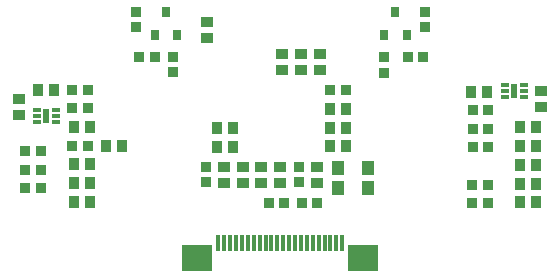
<source format=gtp>
G04*
G04 #@! TF.GenerationSoftware,Altium Limited,Altium Designer,19.0.11 (319)*
G04*
G04 Layer_Color=8421504*
%FSLAX25Y25*%
%MOIN*%
G70*
G01*
G75*
%ADD16R,0.03543X0.03937*%
%ADD17R,0.03937X0.03543*%
%ADD18R,0.03347X0.03740*%
%ADD19R,0.03740X0.03347*%
%ADD20R,0.02165X0.05158*%
%ADD21R,0.02756X0.01181*%
%ADD22R,0.03937X0.04724*%
%ADD23R,0.03150X0.03543*%
%ADD24R,0.01181X0.05512*%
%ADD25R,0.10433X0.09055*%
D16*
X-15650Y-2953D02*
D03*
X-20965D02*
D03*
Y-9154D02*
D03*
X-15650D02*
D03*
X21949Y-8957D02*
D03*
X16634D02*
D03*
Y-2756D02*
D03*
X21949D02*
D03*
Y3445D02*
D03*
X16634D02*
D03*
X63583Y9350D02*
D03*
X68898D02*
D03*
X85335Y-2461D02*
D03*
X80020D02*
D03*
Y-27559D02*
D03*
X85335D02*
D03*
Y-21358D02*
D03*
X80020D02*
D03*
Y-15157D02*
D03*
X85335D02*
D03*
X80020Y-8957D02*
D03*
X85335D02*
D03*
X-58071Y-8760D02*
D03*
X-52756D02*
D03*
X-68898Y-27362D02*
D03*
X-63583D02*
D03*
Y-21161D02*
D03*
X-68898D02*
D03*
X-63583Y-14961D02*
D03*
X-68898D02*
D03*
X-63583Y-2461D02*
D03*
X-68898D02*
D03*
X-80709Y9941D02*
D03*
X-75394D02*
D03*
D17*
X-12500Y-21063D02*
D03*
Y-15748D02*
D03*
X-18701D02*
D03*
Y-21063D02*
D03*
X689Y16437D02*
D03*
Y21752D02*
D03*
X6890D02*
D03*
Y16437D02*
D03*
X13189D02*
D03*
Y21752D02*
D03*
X87008Y4134D02*
D03*
Y9449D02*
D03*
X-98Y-15748D02*
D03*
Y-21063D02*
D03*
X-6299Y-15748D02*
D03*
Y-21063D02*
D03*
X-24311Y27362D02*
D03*
Y32677D02*
D03*
X12303Y-15748D02*
D03*
Y-21063D02*
D03*
X-87008Y6890D02*
D03*
Y1575D02*
D03*
D18*
X16732Y9744D02*
D03*
X21850D02*
D03*
X47539Y20768D02*
D03*
X42421D02*
D03*
X12205Y-27657D02*
D03*
X7087D02*
D03*
X-3839D02*
D03*
X1280D02*
D03*
X64173Y3150D02*
D03*
X69291D02*
D03*
X64173Y-3051D02*
D03*
X69291D02*
D03*
X69193Y-9252D02*
D03*
X64075D02*
D03*
X63976Y-21654D02*
D03*
X69095D02*
D03*
X63976Y-27756D02*
D03*
X69095D02*
D03*
X-64173Y-8760D02*
D03*
X-69291D02*
D03*
X-84941Y-10433D02*
D03*
X-79823D02*
D03*
X-84941Y-16634D02*
D03*
X-79823D02*
D03*
X-84941Y-22835D02*
D03*
X-79823D02*
D03*
X-46949Y20866D02*
D03*
X-41831D02*
D03*
X-64173Y3740D02*
D03*
X-69291D02*
D03*
X-64173Y9941D02*
D03*
X-69291D02*
D03*
D19*
X34646Y20768D02*
D03*
Y15650D02*
D03*
X6102Y-20965D02*
D03*
Y-15846D02*
D03*
X-24902Y-15846D02*
D03*
Y-20965D02*
D03*
X48327Y35925D02*
D03*
Y30807D02*
D03*
X-35728Y20866D02*
D03*
Y15748D02*
D03*
X-47933Y35925D02*
D03*
Y30807D02*
D03*
D20*
X78051Y9547D02*
D03*
X-77953Y1280D02*
D03*
D21*
X74902Y7579D02*
D03*
Y9547D02*
D03*
Y11516D02*
D03*
X81201D02*
D03*
Y9547D02*
D03*
Y7579D02*
D03*
X-81102Y3248D02*
D03*
Y1280D02*
D03*
Y-689D02*
D03*
X-74803D02*
D03*
Y1280D02*
D03*
Y3248D02*
D03*
D22*
X29331Y-16240D02*
D03*
Y-22933D02*
D03*
X19094Y-16240D02*
D03*
Y-22933D02*
D03*
D23*
X38386Y35925D02*
D03*
X42126Y28051D02*
D03*
X34646D02*
D03*
X-38091Y35925D02*
D03*
X-34350Y28051D02*
D03*
X-41831D02*
D03*
D24*
X20669Y-41142D02*
D03*
X18701D02*
D03*
X-20669D02*
D03*
X-18701D02*
D03*
X-16732D02*
D03*
X-14764D02*
D03*
X-12795D02*
D03*
X-10827D02*
D03*
X-8858D02*
D03*
X-6890D02*
D03*
X-4921D02*
D03*
X-2953D02*
D03*
X-984D02*
D03*
X984D02*
D03*
X2953D02*
D03*
X4921D02*
D03*
X6890D02*
D03*
X8858D02*
D03*
X10827D02*
D03*
X12795D02*
D03*
X14764D02*
D03*
X16732D02*
D03*
D25*
X-27657Y-46063D02*
D03*
X27657D02*
D03*
M02*

</source>
